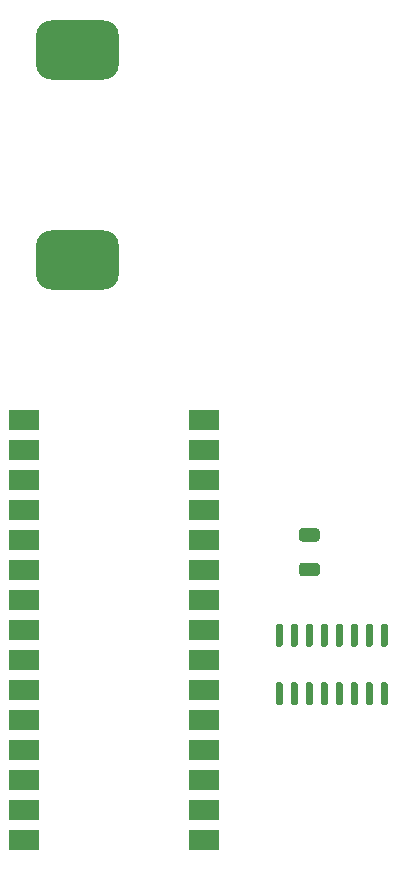
<source format=gbr>
%TF.GenerationSoftware,KiCad,Pcbnew,(6.0.7)*%
%TF.CreationDate,2022-11-27T12:30:44-05:00*%
%TF.ProjectId,single_layer_prototype,73696e67-6c65-45f6-9c61-7965725f7072,rev?*%
%TF.SameCoordinates,Original*%
%TF.FileFunction,Paste,Top*%
%TF.FilePolarity,Positive*%
%FSLAX46Y46*%
G04 Gerber Fmt 4.6, Leading zero omitted, Abs format (unit mm)*
G04 Created by KiCad (PCBNEW (6.0.7)) date 2022-11-27 12:30:44*
%MOMM*%
%LPD*%
G01*
G04 APERTURE LIST*
%ADD10R,2.500000X1.750000*%
G04 APERTURE END LIST*
%TO.C,R1*%
G36*
G01*
X114053229Y-90265029D02*
X115303229Y-90265029D01*
G75*
G02*
X115553229Y-90515029I0J-250000D01*
G01*
X115553229Y-91140029D01*
G75*
G02*
X115303229Y-91390029I-250000J0D01*
G01*
X114053229Y-91390029D01*
G75*
G02*
X113803229Y-91140029I0J250000D01*
G01*
X113803229Y-90515029D01*
G75*
G02*
X114053229Y-90265029I250000J0D01*
G01*
G37*
G36*
G01*
X114053229Y-93190029D02*
X115303229Y-93190029D01*
G75*
G02*
X115553229Y-93440029I0J-250000D01*
G01*
X115553229Y-94065029D01*
G75*
G02*
X115303229Y-94315029I-250000J0D01*
G01*
X114053229Y-94315029D01*
G75*
G02*
X113803229Y-94065029I0J250000D01*
G01*
X113803229Y-93440029D01*
G75*
G02*
X114053229Y-93190029I250000J0D01*
G01*
G37*
%TD*%
%TO.C,J1*%
G36*
G01*
X92794029Y-47270429D02*
X97294029Y-47270429D01*
G75*
G02*
X98544029Y-48520429I0J-1250000D01*
G01*
X98544029Y-51020429D01*
G75*
G02*
X97294029Y-52270429I-1250000J0D01*
G01*
X92794029Y-52270429D01*
G75*
G02*
X91544029Y-51020429I0J1250000D01*
G01*
X91544029Y-48520429D01*
G75*
G02*
X92794029Y-47270429I1250000J0D01*
G01*
G37*
G36*
G01*
X92794029Y-65050429D02*
X97294029Y-65050429D01*
G75*
G02*
X98544029Y-66300429I0J-1250000D01*
G01*
X98544029Y-68800429D01*
G75*
G02*
X97294029Y-70050429I-1250000J0D01*
G01*
X92794029Y-70050429D01*
G75*
G02*
X91544029Y-68800429I0J1250000D01*
G01*
X91544029Y-66300429D01*
G75*
G02*
X92794029Y-65050429I1250000J0D01*
G01*
G37*
%TD*%
%TO.C,U1*%
G36*
G01*
X120878229Y-98339629D02*
X121178229Y-98339629D01*
G75*
G02*
X121328229Y-98489629I0J-150000D01*
G01*
X121328229Y-100139629D01*
G75*
G02*
X121178229Y-100289629I-150000J0D01*
G01*
X120878229Y-100289629D01*
G75*
G02*
X120728229Y-100139629I0J150000D01*
G01*
X120728229Y-98489629D01*
G75*
G02*
X120878229Y-98339629I150000J0D01*
G01*
G37*
G36*
G01*
X119608229Y-98339629D02*
X119908229Y-98339629D01*
G75*
G02*
X120058229Y-98489629I0J-150000D01*
G01*
X120058229Y-100139629D01*
G75*
G02*
X119908229Y-100289629I-150000J0D01*
G01*
X119608229Y-100289629D01*
G75*
G02*
X119458229Y-100139629I0J150000D01*
G01*
X119458229Y-98489629D01*
G75*
G02*
X119608229Y-98339629I150000J0D01*
G01*
G37*
G36*
G01*
X118338229Y-98339629D02*
X118638229Y-98339629D01*
G75*
G02*
X118788229Y-98489629I0J-150000D01*
G01*
X118788229Y-100139629D01*
G75*
G02*
X118638229Y-100289629I-150000J0D01*
G01*
X118338229Y-100289629D01*
G75*
G02*
X118188229Y-100139629I0J150000D01*
G01*
X118188229Y-98489629D01*
G75*
G02*
X118338229Y-98339629I150000J0D01*
G01*
G37*
G36*
G01*
X117068229Y-98339629D02*
X117368229Y-98339629D01*
G75*
G02*
X117518229Y-98489629I0J-150000D01*
G01*
X117518229Y-100139629D01*
G75*
G02*
X117368229Y-100289629I-150000J0D01*
G01*
X117068229Y-100289629D01*
G75*
G02*
X116918229Y-100139629I0J150000D01*
G01*
X116918229Y-98489629D01*
G75*
G02*
X117068229Y-98339629I150000J0D01*
G01*
G37*
G36*
G01*
X115798229Y-98339629D02*
X116098229Y-98339629D01*
G75*
G02*
X116248229Y-98489629I0J-150000D01*
G01*
X116248229Y-100139629D01*
G75*
G02*
X116098229Y-100289629I-150000J0D01*
G01*
X115798229Y-100289629D01*
G75*
G02*
X115648229Y-100139629I0J150000D01*
G01*
X115648229Y-98489629D01*
G75*
G02*
X115798229Y-98339629I150000J0D01*
G01*
G37*
G36*
G01*
X114528229Y-98339629D02*
X114828229Y-98339629D01*
G75*
G02*
X114978229Y-98489629I0J-150000D01*
G01*
X114978229Y-100139629D01*
G75*
G02*
X114828229Y-100289629I-150000J0D01*
G01*
X114528229Y-100289629D01*
G75*
G02*
X114378229Y-100139629I0J150000D01*
G01*
X114378229Y-98489629D01*
G75*
G02*
X114528229Y-98339629I150000J0D01*
G01*
G37*
G36*
G01*
X113258229Y-98339629D02*
X113558229Y-98339629D01*
G75*
G02*
X113708229Y-98489629I0J-150000D01*
G01*
X113708229Y-100139629D01*
G75*
G02*
X113558229Y-100289629I-150000J0D01*
G01*
X113258229Y-100289629D01*
G75*
G02*
X113108229Y-100139629I0J150000D01*
G01*
X113108229Y-98489629D01*
G75*
G02*
X113258229Y-98339629I150000J0D01*
G01*
G37*
G36*
G01*
X111988229Y-98339629D02*
X112288229Y-98339629D01*
G75*
G02*
X112438229Y-98489629I0J-150000D01*
G01*
X112438229Y-100139629D01*
G75*
G02*
X112288229Y-100289629I-150000J0D01*
G01*
X111988229Y-100289629D01*
G75*
G02*
X111838229Y-100139629I0J150000D01*
G01*
X111838229Y-98489629D01*
G75*
G02*
X111988229Y-98339629I150000J0D01*
G01*
G37*
G36*
G01*
X111988229Y-103289629D02*
X112288229Y-103289629D01*
G75*
G02*
X112438229Y-103439629I0J-150000D01*
G01*
X112438229Y-105089629D01*
G75*
G02*
X112288229Y-105239629I-150000J0D01*
G01*
X111988229Y-105239629D01*
G75*
G02*
X111838229Y-105089629I0J150000D01*
G01*
X111838229Y-103439629D01*
G75*
G02*
X111988229Y-103289629I150000J0D01*
G01*
G37*
G36*
G01*
X113258229Y-103289629D02*
X113558229Y-103289629D01*
G75*
G02*
X113708229Y-103439629I0J-150000D01*
G01*
X113708229Y-105089629D01*
G75*
G02*
X113558229Y-105239629I-150000J0D01*
G01*
X113258229Y-105239629D01*
G75*
G02*
X113108229Y-105089629I0J150000D01*
G01*
X113108229Y-103439629D01*
G75*
G02*
X113258229Y-103289629I150000J0D01*
G01*
G37*
G36*
G01*
X114528229Y-103289629D02*
X114828229Y-103289629D01*
G75*
G02*
X114978229Y-103439629I0J-150000D01*
G01*
X114978229Y-105089629D01*
G75*
G02*
X114828229Y-105239629I-150000J0D01*
G01*
X114528229Y-105239629D01*
G75*
G02*
X114378229Y-105089629I0J150000D01*
G01*
X114378229Y-103439629D01*
G75*
G02*
X114528229Y-103289629I150000J0D01*
G01*
G37*
G36*
G01*
X115798229Y-103289629D02*
X116098229Y-103289629D01*
G75*
G02*
X116248229Y-103439629I0J-150000D01*
G01*
X116248229Y-105089629D01*
G75*
G02*
X116098229Y-105239629I-150000J0D01*
G01*
X115798229Y-105239629D01*
G75*
G02*
X115648229Y-105089629I0J150000D01*
G01*
X115648229Y-103439629D01*
G75*
G02*
X115798229Y-103289629I150000J0D01*
G01*
G37*
G36*
G01*
X117068229Y-103289629D02*
X117368229Y-103289629D01*
G75*
G02*
X117518229Y-103439629I0J-150000D01*
G01*
X117518229Y-105089629D01*
G75*
G02*
X117368229Y-105239629I-150000J0D01*
G01*
X117068229Y-105239629D01*
G75*
G02*
X116918229Y-105089629I0J150000D01*
G01*
X116918229Y-103439629D01*
G75*
G02*
X117068229Y-103289629I150000J0D01*
G01*
G37*
G36*
G01*
X118338229Y-103289629D02*
X118638229Y-103289629D01*
G75*
G02*
X118788229Y-103439629I0J-150000D01*
G01*
X118788229Y-105089629D01*
G75*
G02*
X118638229Y-105239629I-150000J0D01*
G01*
X118338229Y-105239629D01*
G75*
G02*
X118188229Y-105089629I0J150000D01*
G01*
X118188229Y-103439629D01*
G75*
G02*
X118338229Y-103289629I150000J0D01*
G01*
G37*
G36*
G01*
X119608229Y-103289629D02*
X119908229Y-103289629D01*
G75*
G02*
X120058229Y-103439629I0J-150000D01*
G01*
X120058229Y-105089629D01*
G75*
G02*
X119908229Y-105239629I-150000J0D01*
G01*
X119608229Y-105239629D01*
G75*
G02*
X119458229Y-105089629I0J150000D01*
G01*
X119458229Y-103439629D01*
G75*
G02*
X119608229Y-103289629I150000J0D01*
G01*
G37*
G36*
G01*
X120878229Y-103289629D02*
X121178229Y-103289629D01*
G75*
G02*
X121328229Y-103439629I0J-150000D01*
G01*
X121328229Y-105089629D01*
G75*
G02*
X121178229Y-105239629I-150000J0D01*
G01*
X120878229Y-105239629D01*
G75*
G02*
X120728229Y-105089629I0J150000D01*
G01*
X120728229Y-103439629D01*
G75*
G02*
X120878229Y-103289629I150000J0D01*
G01*
G37*
%TD*%
D10*
%TO.C,A1*%
X105778229Y-116648629D03*
X105778229Y-114108629D03*
X105778229Y-111568629D03*
X105778229Y-109028629D03*
X105778229Y-106488629D03*
X105778229Y-103948629D03*
X105778229Y-101408629D03*
X105778229Y-98868629D03*
X105778229Y-96328629D03*
X105778229Y-93788629D03*
X105778229Y-91248629D03*
X105778229Y-88708629D03*
X105778229Y-86168629D03*
X105778229Y-83628629D03*
X105778229Y-81088629D03*
X90538229Y-81088629D03*
X90538229Y-83628629D03*
X90538229Y-86168629D03*
X90538229Y-88708629D03*
X90538229Y-91248629D03*
X90538229Y-93788629D03*
X90538229Y-96328629D03*
X90538229Y-98868629D03*
X90538229Y-101408629D03*
X90538229Y-103948629D03*
X90538229Y-106488629D03*
X90538229Y-109028629D03*
X90538229Y-111568629D03*
X90538229Y-114108629D03*
X90538229Y-116648629D03*
%TD*%
M02*

</source>
